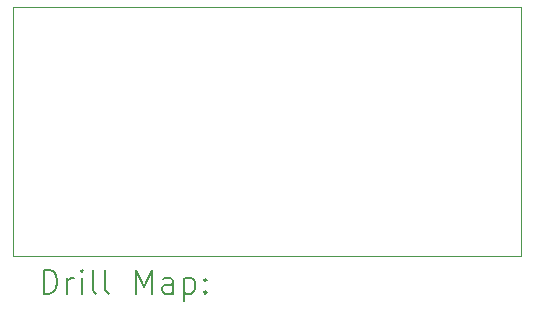
<source format=gbr>
%TF.GenerationSoftware,KiCad,Pcbnew,9.0.7-1.fc43*%
%TF.CreationDate,2026-02-20T23:12:54+05:30*%
%TF.ProjectId,7805 voltage regulator,37383035-2076-46f6-9c74-616765207265,rev?*%
%TF.SameCoordinates,Original*%
%TF.FileFunction,Drillmap*%
%TF.FilePolarity,Positive*%
%FSLAX45Y45*%
G04 Gerber Fmt 4.5, Leading zero omitted, Abs format (unit mm)*
G04 Created by KiCad (PCBNEW 9.0.7-1.fc43) date 2026-02-20 23:12:54*
%MOMM*%
%LPD*%
G01*
G04 APERTURE LIST*
%ADD10C,0.050000*%
%ADD11C,0.200000*%
G04 APERTURE END LIST*
D10*
X9877000Y-8833000D02*
X14177000Y-8833000D01*
X14177000Y-10943000D01*
X9877000Y-10943000D01*
X9877000Y-8833000D01*
D11*
X10135277Y-11256984D02*
X10135277Y-11056984D01*
X10135277Y-11056984D02*
X10182896Y-11056984D01*
X10182896Y-11056984D02*
X10211467Y-11066508D01*
X10211467Y-11066508D02*
X10230515Y-11085555D01*
X10230515Y-11085555D02*
X10240039Y-11104603D01*
X10240039Y-11104603D02*
X10249563Y-11142698D01*
X10249563Y-11142698D02*
X10249563Y-11171270D01*
X10249563Y-11171270D02*
X10240039Y-11209365D01*
X10240039Y-11209365D02*
X10230515Y-11228412D01*
X10230515Y-11228412D02*
X10211467Y-11247460D01*
X10211467Y-11247460D02*
X10182896Y-11256984D01*
X10182896Y-11256984D02*
X10135277Y-11256984D01*
X10335277Y-11256984D02*
X10335277Y-11123650D01*
X10335277Y-11161746D02*
X10344801Y-11142698D01*
X10344801Y-11142698D02*
X10354324Y-11133174D01*
X10354324Y-11133174D02*
X10373372Y-11123650D01*
X10373372Y-11123650D02*
X10392420Y-11123650D01*
X10459086Y-11256984D02*
X10459086Y-11123650D01*
X10459086Y-11056984D02*
X10449563Y-11066508D01*
X10449563Y-11066508D02*
X10459086Y-11076031D01*
X10459086Y-11076031D02*
X10468610Y-11066508D01*
X10468610Y-11066508D02*
X10459086Y-11056984D01*
X10459086Y-11056984D02*
X10459086Y-11076031D01*
X10582896Y-11256984D02*
X10563848Y-11247460D01*
X10563848Y-11247460D02*
X10554324Y-11228412D01*
X10554324Y-11228412D02*
X10554324Y-11056984D01*
X10687658Y-11256984D02*
X10668610Y-11247460D01*
X10668610Y-11247460D02*
X10659086Y-11228412D01*
X10659086Y-11228412D02*
X10659086Y-11056984D01*
X10916229Y-11256984D02*
X10916229Y-11056984D01*
X10916229Y-11056984D02*
X10982896Y-11199841D01*
X10982896Y-11199841D02*
X11049563Y-11056984D01*
X11049563Y-11056984D02*
X11049563Y-11256984D01*
X11230515Y-11256984D02*
X11230515Y-11152222D01*
X11230515Y-11152222D02*
X11220991Y-11133174D01*
X11220991Y-11133174D02*
X11201943Y-11123650D01*
X11201943Y-11123650D02*
X11163848Y-11123650D01*
X11163848Y-11123650D02*
X11144801Y-11133174D01*
X11230515Y-11247460D02*
X11211467Y-11256984D01*
X11211467Y-11256984D02*
X11163848Y-11256984D01*
X11163848Y-11256984D02*
X11144801Y-11247460D01*
X11144801Y-11247460D02*
X11135277Y-11228412D01*
X11135277Y-11228412D02*
X11135277Y-11209365D01*
X11135277Y-11209365D02*
X11144801Y-11190317D01*
X11144801Y-11190317D02*
X11163848Y-11180793D01*
X11163848Y-11180793D02*
X11211467Y-11180793D01*
X11211467Y-11180793D02*
X11230515Y-11171270D01*
X11325753Y-11123650D02*
X11325753Y-11323650D01*
X11325753Y-11133174D02*
X11344801Y-11123650D01*
X11344801Y-11123650D02*
X11382896Y-11123650D01*
X11382896Y-11123650D02*
X11401943Y-11133174D01*
X11401943Y-11133174D02*
X11411467Y-11142698D01*
X11411467Y-11142698D02*
X11420991Y-11161746D01*
X11420991Y-11161746D02*
X11420991Y-11218888D01*
X11420991Y-11218888D02*
X11411467Y-11237936D01*
X11411467Y-11237936D02*
X11401943Y-11247460D01*
X11401943Y-11247460D02*
X11382896Y-11256984D01*
X11382896Y-11256984D02*
X11344801Y-11256984D01*
X11344801Y-11256984D02*
X11325753Y-11247460D01*
X11506705Y-11237936D02*
X11516229Y-11247460D01*
X11516229Y-11247460D02*
X11506705Y-11256984D01*
X11506705Y-11256984D02*
X11497182Y-11247460D01*
X11497182Y-11247460D02*
X11506705Y-11237936D01*
X11506705Y-11237936D02*
X11506705Y-11256984D01*
X11506705Y-11133174D02*
X11516229Y-11142698D01*
X11516229Y-11142698D02*
X11506705Y-11152222D01*
X11506705Y-11152222D02*
X11497182Y-11142698D01*
X11497182Y-11142698D02*
X11506705Y-11133174D01*
X11506705Y-11133174D02*
X11506705Y-11152222D01*
M02*

</source>
